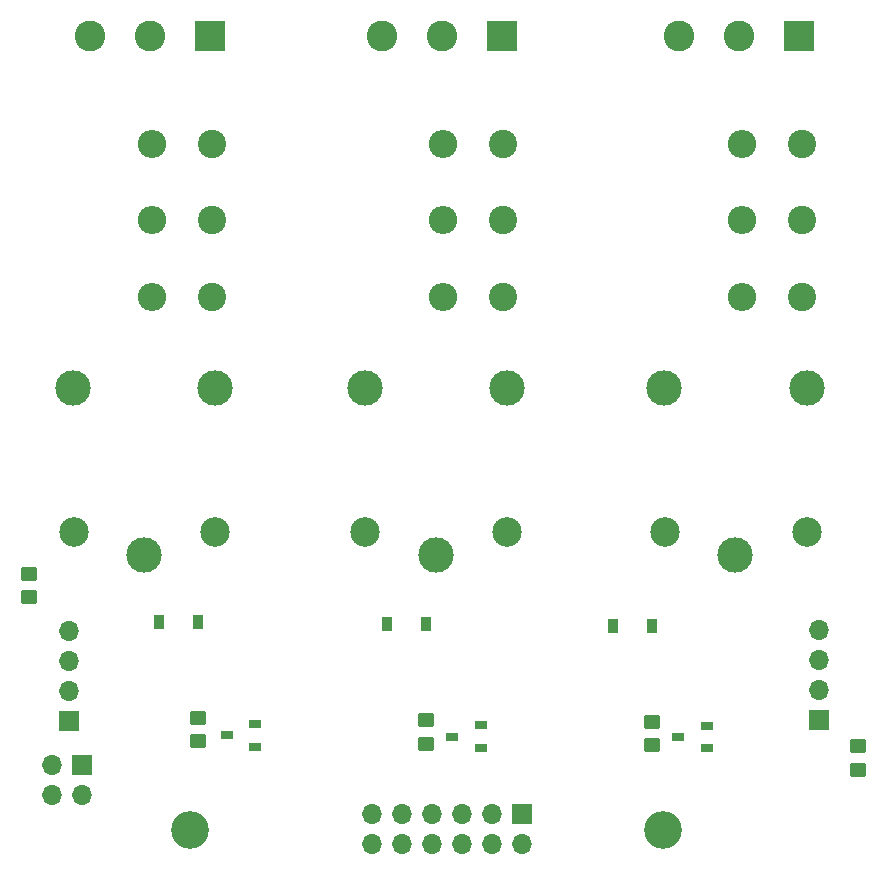
<source format=gbs>
G04 #@! TF.GenerationSoftware,KiCad,Pcbnew,(6.0.6)*
G04 #@! TF.CreationDate,2022-08-27T11:47:15+02:00*
G04 #@! TF.ProjectId,relay-pc-module,72656c61-792d-4706-932d-6d6f64756c65,rev?*
G04 #@! TF.SameCoordinates,Original*
G04 #@! TF.FileFunction,Soldermask,Bot*
G04 #@! TF.FilePolarity,Negative*
%FSLAX46Y46*%
G04 Gerber Fmt 4.6, Leading zero omitted, Abs format (unit mm)*
G04 Created by KiCad (PCBNEW (6.0.6)) date 2022-08-27 11:47:15*
%MOMM*%
%LPD*%
G01*
G04 APERTURE LIST*
G04 Aperture macros list*
%AMRoundRect*
0 Rectangle with rounded corners*
0 $1 Rounding radius*
0 $2 $3 $4 $5 $6 $7 $8 $9 X,Y pos of 4 corners*
0 Add a 4 corners polygon primitive as box body*
4,1,4,$2,$3,$4,$5,$6,$7,$8,$9,$2,$3,0*
0 Add four circle primitives for the rounded corners*
1,1,$1+$1,$2,$3*
1,1,$1+$1,$4,$5*
1,1,$1+$1,$6,$7*
1,1,$1+$1,$8,$9*
0 Add four rect primitives between the rounded corners*
20,1,$1+$1,$2,$3,$4,$5,0*
20,1,$1+$1,$4,$5,$6,$7,0*
20,1,$1+$1,$6,$7,$8,$9,0*
20,1,$1+$1,$8,$9,$2,$3,0*%
G04 Aperture macros list end*
%ADD10C,3.200000*%
%ADD11R,2.600000X2.600000*%
%ADD12C,2.600000*%
%ADD13C,3.000000*%
%ADD14C,2.500000*%
%ADD15R,1.700000X1.700000*%
%ADD16O,1.700000X1.700000*%
%ADD17C,2.400000*%
%ADD18O,2.400000X2.400000*%
%ADD19RoundRect,0.250000X-0.450000X0.350000X-0.450000X-0.350000X0.450000X-0.350000X0.450000X0.350000X0*%
%ADD20R,0.900000X1.200000*%
%ADD21R,1.000000X0.700000*%
%ADD22RoundRect,0.250000X0.450000X-0.350000X0.450000X0.350000X-0.450000X0.350000X-0.450000X-0.350000X0*%
G04 APERTURE END LIST*
D10*
X39700200Y-92481400D03*
D11*
X41385000Y-25295000D03*
D12*
X36305000Y-25295000D03*
X31225000Y-25295000D03*
D10*
X79730600Y-92481400D03*
D13*
X35800000Y-69256800D03*
D14*
X41850000Y-67306800D03*
D13*
X41850000Y-55106800D03*
X29800000Y-55056800D03*
D14*
X29850000Y-67306800D03*
D15*
X92964000Y-83159600D03*
D16*
X92964000Y-80619600D03*
X92964000Y-78079600D03*
X92964000Y-75539600D03*
D17*
X41600000Y-40900000D03*
D18*
X36520000Y-40900000D03*
D17*
X91500000Y-34400000D03*
D18*
X86420000Y-34400000D03*
D15*
X30535800Y-87040800D03*
D16*
X30535800Y-89580800D03*
X27995800Y-87040800D03*
X27995800Y-89580800D03*
D17*
X41600000Y-47400000D03*
D18*
X36520000Y-47400000D03*
D17*
X66200000Y-34400000D03*
D18*
X61120000Y-34400000D03*
D13*
X60502800Y-69256800D03*
D14*
X66552800Y-67306800D03*
D13*
X66552800Y-55106800D03*
X54502800Y-55056800D03*
D14*
X54552800Y-67306800D03*
D17*
X41600000Y-34400000D03*
D18*
X36520000Y-34400000D03*
D11*
X66085000Y-25295000D03*
D12*
X61005000Y-25295000D03*
X55925000Y-25295000D03*
D13*
X85860800Y-69256800D03*
D14*
X91910800Y-67306800D03*
D13*
X91910800Y-55106800D03*
X79860800Y-55056800D03*
D14*
X79910800Y-67306800D03*
D17*
X66200000Y-40900000D03*
D18*
X61120000Y-40900000D03*
D11*
X91280000Y-25300000D03*
D12*
X86200000Y-25300000D03*
X81120000Y-25300000D03*
D15*
X29464000Y-83312000D03*
D16*
X29464000Y-80772000D03*
X29464000Y-78232000D03*
X29464000Y-75692000D03*
D15*
X67843400Y-91160600D03*
D16*
X67843400Y-93700600D03*
X65303400Y-91160600D03*
X65303400Y-93700600D03*
X62763400Y-91160600D03*
X62763400Y-93700600D03*
X60223400Y-91160600D03*
X60223400Y-93700600D03*
X57683400Y-91160600D03*
X57683400Y-93700600D03*
X55143400Y-91160600D03*
X55143400Y-93700600D03*
D17*
X66200000Y-47400000D03*
D18*
X61120000Y-47400000D03*
D17*
X91500000Y-47400000D03*
D18*
X86420000Y-47400000D03*
D17*
X91500000Y-40900000D03*
D18*
X86420000Y-40900000D03*
D19*
X59700000Y-83200000D03*
X59700000Y-85200000D03*
X40400000Y-83000000D03*
X40400000Y-85000000D03*
D20*
X56350000Y-75100000D03*
X59650000Y-75100000D03*
D21*
X64300000Y-83650000D03*
X64300000Y-85550000D03*
X61900000Y-84600000D03*
X45200000Y-83550000D03*
X45200000Y-85450000D03*
X42800000Y-84500000D03*
X83450000Y-83700000D03*
X83450000Y-85600000D03*
X81050000Y-84650000D03*
D20*
X37050000Y-74900000D03*
X40350000Y-74900000D03*
D19*
X78850000Y-83350000D03*
X78850000Y-85350000D03*
X96240600Y-85410800D03*
X96240600Y-87410800D03*
D20*
X75500000Y-75250000D03*
X78800000Y-75250000D03*
D22*
X26100000Y-72800000D03*
X26100000Y-70800000D03*
M02*

</source>
